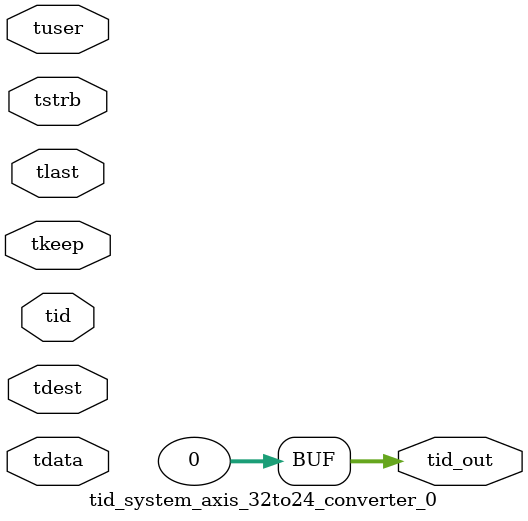
<source format=v>


`timescale 1ps/1ps

module tid_system_axis_32to24_converter_0 #
(
parameter C_S_AXIS_TID_WIDTH   = 1,
parameter C_S_AXIS_TUSER_WIDTH = 0,
parameter C_S_AXIS_TDATA_WIDTH = 0,
parameter C_S_AXIS_TDEST_WIDTH = 0,
parameter C_M_AXIS_TID_WIDTH   = 32
)
(
input  [(C_S_AXIS_TID_WIDTH   == 0 ? 1 : C_S_AXIS_TID_WIDTH)-1:0       ] tid,
input  [(C_S_AXIS_TDATA_WIDTH == 0 ? 1 : C_S_AXIS_TDATA_WIDTH)-1:0     ] tdata,
input  [(C_S_AXIS_TUSER_WIDTH == 0 ? 1 : C_S_AXIS_TUSER_WIDTH)-1:0     ] tuser,
input  [(C_S_AXIS_TDEST_WIDTH == 0 ? 1 : C_S_AXIS_TDEST_WIDTH)-1:0     ] tdest,
input  [(C_S_AXIS_TDATA_WIDTH/8)-1:0 ] tkeep,
input  [(C_S_AXIS_TDATA_WIDTH/8)-1:0 ] tstrb,
input                                                                    tlast,
output [(C_M_AXIS_TID_WIDTH   == 0 ? 1 : C_M_AXIS_TID_WIDTH)-1:0       ] tid_out
);

assign tid_out = {1'b0};

endmodule


</source>
